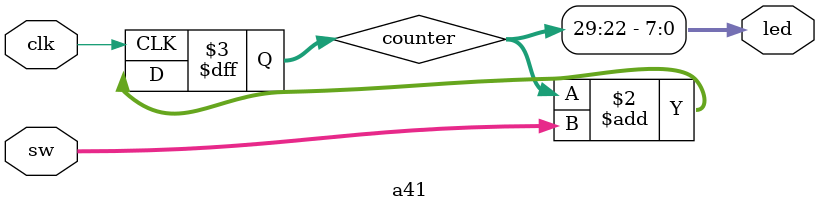
<source format=v>
module a41 ( input clk, input [7:0] sw, output [7:0] led);

reg [29:0] counter;

assign led[7:0] = counter[29:22];

always @(posedge clk) begin
	counter <= counter + sw;
end

endmodule

//module counter #(parameter width=32) (input clk, output reg [width-1:0] count);
//
//	initial begin
//		count = 0;
//	end
//
//	always @( posedge clk)begin
//		count <= count+1;
//	end
//endmodule

</source>
